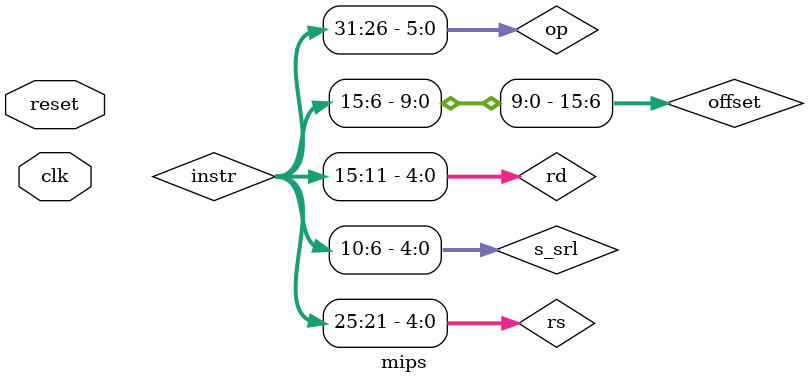
<source format=v>
`timescale 1ns / 1ps
module mips(
	input clk,
	input reset
   );
	wire [31:0]NPC;//ÏÂÒ»ÌõÖ¸ÁîµÄµØÖ·
	wire [31:0]instr;//Ö¸ÁîµÄ»úÆ÷Âë
	wire [2:0]NPCOp;//Ö¸ÁîµÄ±ê¼Ç£¬ÓÃÓÚifuÅÐ¶Ï
	wire Zero,L, G, L_E, G_E, NE;//ÅÐ¶Ï<,>,=,>=,<=,!=
	wire [31:0]RData1;//gpr µÄÊä³öRD1
	wire [31:0]RData2;//gpr µÄÊä³öRD2
	wire [4:0]rs;//instr[25:21]
	wire [4:0]rt;//instr[20:16]
	wire [4:0]rd;//instr[15:11]
	wire [4:0]RegAddr;//Ð´Èëgpr
	wire RegWrite;//Îª1±íÊ¾Ð´Èëgpr
	wire [31:0]RegData;//Ð´ÈëgprµÄÊý¾Ý
	wire [31:0]B;//ALUµÄÊäÈë¶Ë¿ÚB
	wire [31:0]C;//ALUµÄÊä³ö¶Ë¿ÚC
	wire [2:0]ALUOp;//ALUµÄÅÐ¶ÏÔËËã·½Ê½
	wire [15:0]offset;//instr[15:0]
	wire [1:0]EXTOp;//×Ö·ûÀ©Õ¹µÄÅÐ¶Ï
	wire [31:0]EXT_out;//extµÄ½á¹û
	wire ALUSrc;//Îª1->ALUµÄB¶ËÊäÈëÎªextout£¬·ñÔòÎªRD2
	wire [1:0]RegDst;//ÅÐ¶ÏÐ´ÈëgprµÄµ½µ×ÊÇrt»¹ÊÇrd
	wire [31:0]Data_out;//DM_out
	wire [1:0]MemtoReg;//C or Data_out
	wire MemWrite;//ÊÇ·ñÐ´ÈëDM
	wire MemRead;//Data_outÀïÃæÊÇ·ñÓÐÊý¾Ý
	wire [5:0]op;
	wire [5:0]func;
	wire sltiu,sltu;
	wire less;
	wire [4:0]Branch;
	wire sltless;
	wire [4:0]s_srlv;
	wire [4:0]s_srl;

	assign rs = instr[25:21];
	assign rt = instr[20:16];
	assign rd = instr[15:11];
	assign offset = instr[15:0];
	assign op = instr[31:26];
	assign func = instr [5:0];
	assign Branch = instr[20:16];
	assign s_srl = instr[10:6];
	//ifu
	ifu ifu_b(
		.clk(clk),
		.reset(reset),
		.offset_ext(EXT_out),
		.RData1(RData1),
		.instr_index(instr[25:0]),
		.NPCOp(NPCOp),
		.NPC(NPC),
		.instr(instr)
	);
	//RegDst
	mux_rd mux_rd_b(
		.Rt(rt),
		.Rd(rd),
		.RegDst(RegDst),
		.RegAddr(RegAddr)
	);
	//GPR
	GPR GPR_b(
		.clk(clk),
		.reset(reset),
		.Rs(rs),
		.Rt(rt),
		.RegDst(RegDst),
		.RegAddr(RegAddr),
		.RegWrite(RegWrite),
		.RegData(RegData),
		.NPC(NPC),
		.RData1(RData1),
		.RData2(RData2),
		.s_srlv(s_srlv)
	);
	//ALUSrc
	mux_ALUSrc mux_ALUSrc_b(
		.RD2(RData2),
		.EXT(EXT_out),
		.ALUSrc(ALUSrc),
		.ALU_B(B)
	);
	//alu
	alu alu_b(
		.ALU_A(RData1),
		.ALU_B(B),
		.ALUOP(ALUOp),
		.sltiu(sltiu),
		.sltu(sltu),
		.s_srlv(s_srlv),
		.s_srl(s_srl),
		.ALU_C(C),
		.ALU_ZERO(Zero),
		.L(L),
		.G(G),
		.L_E(L_E), 
		.G_E(G_E), 
		.NE(NE),
		.less(less),
		.sltless(sltless)
	);
	//ext
	ext ext_b(
		.Din(offset),
		.EXTOP(EXTOp),
		.Dout(EXT_out)	
	);
	//DM
	DM DM_b(
		.addr(C),
		.din(RData2),
		.MemWrite(MemWrite),
		.MemRead(MemRead),
		.clk(clk),
		.reset(reset),
		.dout(Data_out)	
	);
	//MemtoReg
	mux_MemtoReg mux_MemtoReg_b(
		.result(C),
		.ReadData(Data_out),
		.PCLink(NPC),
		.MemtoReg(MemtoReg),
		.less(less),
		.RegData(RegData)	
	);
	//controller
	controller controller_b(
		.op(op),
		.func(func),
		.Branch(Branch),
		.instr(instr),
		.Zero(Zero),
		.G_E(G_E),// >=
		.NE(NE),// !=
		.G(G),// >
		.L_E(L_E),// <=
		.L(L),// <
		.NPCOp(NPCOp),
		.ALUOp(ALUOp),
		.RegWrite(RegWrite),
		.EXTOp(EXTOp),
		.MemWrite(MemWrite),
		.MemRead(MemRead),
		.RegDst(RegDst),
		.ALUSrc(ALUSrc),
		.MemtoReg(MemtoReg),
		.setLess(setLess),
		.sltu(sltu)
	);
endmodule

</source>
